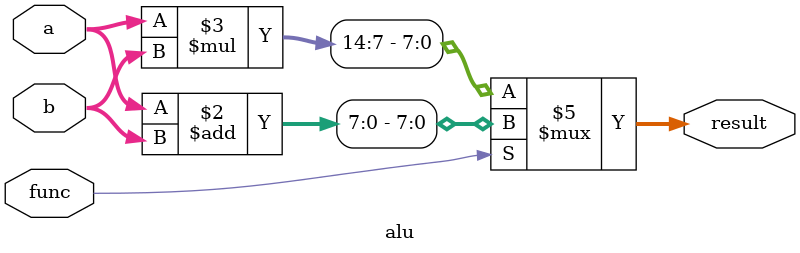
<source format=sv>
 module alu #(
     parameter datalength = 8  // n bits 
 ) (
     input logic signed[datalength-1 : 0] a, b, // ALU inputs
     input logic func,  //ALU function code
     output logic signed [datalength-1 : 0]result // ALU results
 );

 // ---------code starts here ----------------------

 // creat an n-bit adder and multiplier (2n bits)
 // and ouput n-bit result. 
logic signed [2*datalength-1 :0] ar;
always_comb begin
    // default output avoid latches
    ar = a;
    if (func)                   // if func is 1, alu does addition,                      
        begin 

            ar = a + b;         // arithmetic addition,  n+1 bit result  
            result = ar[datalength-1 : 0];

        end

    else              // if func is 0, alu does multiplication, the result would be 2n bit
        begin 

            ar = a * b;         // arithmetic mutiplication, 2n bit result
            result = ar [(2*datalength-2) : datalength - 1];
        end

 /*   else
       begin 

            ar = a;             // default
            result = ar;

        end*/
end

// creat the output, truncate [n-1:0] bi
//assign result = ar[datalength-1 : 0];
     
endmodule
</source>
